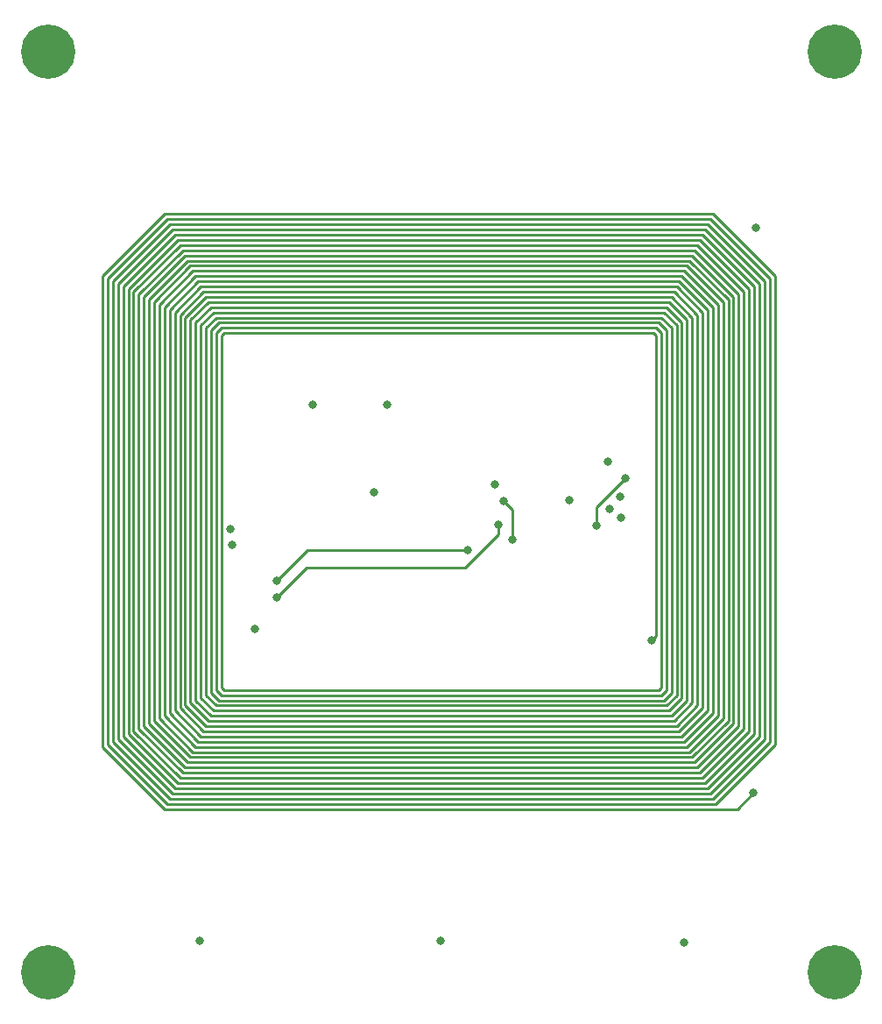
<source format=gbr>
%TF.GenerationSoftware,KiCad,Pcbnew,(6.0.7)*%
%TF.CreationDate,2023-05-18T12:23:57-07:00*%
%TF.ProjectId,solar-panel-NoCutout,736f6c61-722d-4706-916e-656c2d4e6f43,3.0*%
%TF.SameCoordinates,Original*%
%TF.FileFunction,Copper,L2,Inr*%
%TF.FilePolarity,Positive*%
%FSLAX46Y46*%
G04 Gerber Fmt 4.6, Leading zero omitted, Abs format (unit mm)*
G04 Created by KiCad (PCBNEW (6.0.7)) date 2023-05-18 12:23:57*
%MOMM*%
%LPD*%
G01*
G04 APERTURE LIST*
%TA.AperFunction,ComponentPad*%
%ADD10C,5.250000*%
%TD*%
%TA.AperFunction,ViaPad*%
%ADD11C,0.800000*%
%TD*%
%TA.AperFunction,Conductor*%
%ADD12C,0.250000*%
%TD*%
G04 APERTURE END LIST*
D10*
%TO.N,unconnected-(J2-Pad1)*%
%TO.C,J2*%
X106500000Y-70300000D03*
%TD*%
%TO.N,unconnected-(J3-Pad1)*%
%TO.C,J3*%
X106500000Y-159300000D03*
%TD*%
%TO.N,unconnected-(J4-Pad1)*%
%TO.C,J4*%
X182500000Y-70300000D03*
%TD*%
%TO.N,unconnected-(J5-Pad1)*%
%TO.C,J5*%
X182500000Y-159300000D03*
%TD*%
D11*
%TO.N,GND*%
X168000000Y-156390000D03*
X156860000Y-113670000D03*
X160570000Y-109960000D03*
X144450000Y-156250000D03*
X149675000Y-112100000D03*
X121120000Y-156220000D03*
X124150000Y-116450000D03*
X137975000Y-112925000D03*
X160750000Y-114500000D03*
%TO.N,+3V3*%
X139300000Y-104410000D03*
X150540000Y-113710000D03*
X126510000Y-126100000D03*
X151390000Y-117440000D03*
X132050000Y-104410000D03*
%TO.N,VSOLAR*%
X124270000Y-118000000D03*
%TO.N,SDA*%
X147030000Y-118510000D03*
X128560000Y-121470000D03*
%TO.N,SCL*%
X128630000Y-123030000D03*
X149990000Y-115990000D03*
%TO.N,Net-(C3-Pad1)*%
X159470000Y-116130000D03*
X162260000Y-111570000D03*
%TO.N,Net-(U3-Pad7)*%
X161890000Y-115330000D03*
X174680000Y-141950000D03*
X161820000Y-113350000D03*
X164800000Y-127190000D03*
X174900000Y-87350000D03*
%TD*%
D12*
%TO.N,+3V3*%
X151390000Y-114560000D02*
X150540000Y-113710000D01*
X151390000Y-117440000D02*
X151390000Y-114560000D01*
%TO.N,SDA*%
X131520000Y-118510000D02*
X128560000Y-121470000D01*
X147030000Y-118510000D02*
X131520000Y-118510000D01*
%TO.N,SCL*%
X149990000Y-116920000D02*
X149990000Y-115990000D01*
X146760000Y-120150000D02*
X149990000Y-116920000D01*
X128630000Y-123030000D02*
X131510000Y-120150000D01*
X131510000Y-120150000D02*
X146760000Y-120150000D01*
%TO.N,Net-(C3-Pad1)*%
X159470000Y-114360000D02*
X159470000Y-116130000D01*
X160205000Y-113625000D02*
X159470000Y-114360000D01*
X162260000Y-111570000D02*
X160205000Y-113625000D01*
%TO.N,Net-(U3-Pad7)*%
X167750000Y-132750000D02*
X167750000Y-96500000D01*
X170750000Y-142500000D02*
X176250000Y-137000000D01*
X168250000Y-133000000D02*
X168250000Y-96250000D01*
X172250000Y-135000000D02*
X172250000Y-94250000D01*
X112750000Y-92500000D02*
X112750000Y-137000000D01*
X168500000Y-138000000D02*
X171750000Y-134750000D01*
X173750000Y-135750000D02*
X173750000Y-93500000D01*
X173250000Y-93750000D02*
X169000000Y-89500000D01*
X113750000Y-136500000D02*
X118750000Y-141500000D01*
X121250000Y-132750000D02*
X122500000Y-134000000D01*
X120000000Y-90500000D02*
X116250000Y-94250000D01*
X122750000Y-97500000D02*
X122750000Y-132000000D01*
X114250000Y-136250000D02*
X119000000Y-141000000D01*
X166000000Y-133000000D02*
X166750000Y-132250000D01*
X168750000Y-138500000D02*
X172250000Y-135000000D01*
X121500000Y-136000000D02*
X167500000Y-136000000D01*
X123500000Y-132000000D02*
X165500000Y-132000000D01*
X174750000Y-136250000D02*
X174750000Y-93000000D01*
X117750000Y-143500000D02*
X173130000Y-143500000D01*
X167250000Y-132500000D02*
X167250000Y-96750000D01*
X121000000Y-137000000D02*
X168000000Y-137000000D01*
X167750000Y-92000000D02*
X120750000Y-92000000D01*
X170750000Y-95000000D02*
X167750000Y-92000000D01*
X171250000Y-134500000D02*
X171250000Y-94750000D01*
X169250000Y-89000000D02*
X119250000Y-89000000D01*
X121500000Y-93500000D02*
X119250000Y-95750000D01*
X122000000Y-135000000D02*
X167000000Y-135000000D01*
X167000000Y-135000000D02*
X168750000Y-133250000D01*
X118750000Y-88000000D02*
X113750000Y-93000000D01*
X121750000Y-135500000D02*
X167250000Y-135500000D01*
X116750000Y-94500000D02*
X116750000Y-135000000D01*
X123500000Y-97500000D02*
X123250000Y-97750000D01*
X170250000Y-95250000D02*
X167500000Y-92500000D01*
X174250000Y-93250000D02*
X169500000Y-88500000D01*
X116250000Y-135250000D02*
X120000000Y-139000000D01*
X167750000Y-96500000D02*
X166250000Y-95000000D01*
X117750000Y-86000000D02*
X111750000Y-92000000D01*
X119750000Y-139500000D02*
X169250000Y-139500000D01*
X114250000Y-93250000D02*
X114250000Y-136250000D01*
X165250000Y-126740000D02*
X165250000Y-97750000D01*
X169500000Y-140000000D02*
X173750000Y-135750000D01*
X165000000Y-97500000D02*
X123500000Y-97500000D01*
X120250000Y-138500000D02*
X168750000Y-138500000D01*
X175250000Y-136500000D02*
X175250000Y-92750000D01*
X168000000Y-137000000D02*
X170750000Y-134250000D01*
X175750000Y-136750000D02*
X175750000Y-92500000D01*
X165250000Y-97000000D02*
X123250000Y-97000000D01*
X174250000Y-136000000D02*
X174250000Y-93250000D01*
X169000000Y-89500000D02*
X119500000Y-89500000D01*
X171750000Y-134750000D02*
X171750000Y-94500000D01*
X118250000Y-95250000D02*
X118250000Y-134250000D01*
X166250000Y-132000000D02*
X166250000Y-97250000D01*
X170250000Y-134000000D02*
X170250000Y-95250000D01*
X119000000Y-141000000D02*
X170000000Y-141000000D01*
X169750000Y-133750000D02*
X169750000Y-95500000D01*
X118500000Y-142000000D02*
X170500000Y-142000000D01*
X168750000Y-133250000D02*
X168750000Y-96000000D01*
X111750000Y-137500000D02*
X117750000Y-143500000D01*
X118750000Y-141500000D02*
X170250000Y-141500000D01*
X176250000Y-92250000D02*
X170500000Y-86500000D01*
X166250000Y-97250000D02*
X165500000Y-96500000D01*
X165750000Y-131750000D02*
X165750000Y-97500000D01*
X119000000Y-88500000D02*
X114250000Y-93250000D01*
X166000000Y-95500000D02*
X122500000Y-95500000D01*
X113750000Y-93000000D02*
X113750000Y-136500000D01*
X119250000Y-89000000D02*
X114750000Y-93500000D01*
X118000000Y-86500000D02*
X112250000Y-92250000D01*
X165750000Y-132500000D02*
X166250000Y-132000000D01*
X120000000Y-139000000D02*
X169000000Y-139000000D01*
X119500000Y-89500000D02*
X115250000Y-93750000D01*
X112750000Y-137000000D02*
X118250000Y-142500000D01*
X117250000Y-134750000D02*
X120500000Y-138000000D01*
X167250000Y-93000000D02*
X121250000Y-93000000D01*
X169000000Y-139000000D02*
X172750000Y-135250000D01*
X166750000Y-134500000D02*
X168250000Y-133000000D01*
X117750000Y-134500000D02*
X120750000Y-137500000D01*
X123250000Y-131750000D02*
X123500000Y-132000000D01*
X169250000Y-95750000D02*
X167000000Y-93500000D01*
X120500000Y-138000000D02*
X168500000Y-138000000D01*
X176750000Y-92000000D02*
X170750000Y-86000000D01*
X120250000Y-91000000D02*
X116750000Y-94500000D01*
X168750000Y-90000000D02*
X119750000Y-90000000D01*
X122000000Y-94500000D02*
X120250000Y-96250000D01*
X122250000Y-132250000D02*
X123000000Y-133000000D01*
X120750000Y-92000000D02*
X117750000Y-95000000D01*
X165500000Y-96500000D02*
X123000000Y-96500000D01*
X170500000Y-86500000D02*
X118000000Y-86500000D01*
X167250000Y-96750000D02*
X166000000Y-95500000D01*
X165750000Y-96000000D02*
X122750000Y-96000000D01*
X170000000Y-87500000D02*
X118500000Y-87500000D01*
X122750000Y-96000000D02*
X121750000Y-97000000D01*
X173750000Y-93500000D02*
X169250000Y-89000000D01*
X166750000Y-132250000D02*
X166750000Y-97000000D01*
X168250000Y-137500000D02*
X171250000Y-134500000D01*
X168250000Y-91000000D02*
X120250000Y-91000000D01*
X168500000Y-90500000D02*
X120000000Y-90500000D01*
X115250000Y-135750000D02*
X119500000Y-140000000D01*
X166500000Y-94500000D02*
X122000000Y-94500000D01*
X168000000Y-91500000D02*
X120500000Y-91500000D01*
X116750000Y-135000000D02*
X120250000Y-138500000D01*
X115250000Y-93750000D02*
X115250000Y-135750000D01*
X120750000Y-133000000D02*
X122250000Y-134500000D01*
X115750000Y-94000000D02*
X115750000Y-135500000D01*
X176750000Y-137250000D02*
X176750000Y-92000000D01*
X113250000Y-136750000D02*
X118500000Y-142000000D01*
X122750000Y-132000000D02*
X123250000Y-132500000D01*
X120500000Y-91500000D02*
X117250000Y-94750000D01*
X117750000Y-95000000D02*
X117750000Y-134500000D01*
X119250000Y-133750000D02*
X121500000Y-136000000D01*
X120250000Y-96250000D02*
X120250000Y-133250000D01*
X118750000Y-95500000D02*
X118750000Y-134000000D01*
X171000000Y-143000000D02*
X176750000Y-137250000D01*
X170250000Y-141500000D02*
X175250000Y-136500000D01*
X123000000Y-133000000D02*
X166000000Y-133000000D01*
X119750000Y-133500000D02*
X121750000Y-135500000D01*
X169500000Y-88500000D02*
X119000000Y-88500000D01*
X118750000Y-134000000D02*
X121250000Y-136500000D01*
X112250000Y-92250000D02*
X112250000Y-137250000D01*
X166250000Y-95000000D02*
X122250000Y-95000000D01*
X170500000Y-142000000D02*
X175750000Y-136750000D01*
X115750000Y-135500000D02*
X119750000Y-139500000D01*
X119500000Y-140000000D02*
X169500000Y-140000000D01*
X172750000Y-94000000D02*
X168750000Y-90000000D01*
X120250000Y-133250000D02*
X122000000Y-135000000D01*
X121750000Y-97000000D02*
X121750000Y-132500000D01*
X123250000Y-97000000D02*
X122750000Y-97500000D01*
X170000000Y-141000000D02*
X174750000Y-136250000D01*
X122250000Y-97250000D02*
X122250000Y-132250000D01*
X167500000Y-92500000D02*
X121000000Y-92500000D01*
X166750000Y-94000000D02*
X121750000Y-94000000D01*
X170750000Y-86000000D02*
X117750000Y-86000000D01*
X121000000Y-92500000D02*
X118250000Y-95250000D01*
X176250000Y-137000000D02*
X176250000Y-92250000D01*
X121750000Y-132500000D02*
X122750000Y-133500000D01*
X119250000Y-95750000D02*
X119250000Y-133750000D01*
X169250000Y-133500000D02*
X169250000Y-95750000D01*
X167250000Y-135500000D02*
X169250000Y-133500000D01*
X172250000Y-94250000D02*
X168500000Y-90500000D01*
X118250000Y-134250000D02*
X121000000Y-137000000D01*
X121250000Y-96750000D02*
X121250000Y-132750000D01*
X165500000Y-132000000D02*
X165750000Y-131750000D01*
X175250000Y-92750000D02*
X170000000Y-87500000D01*
X121250000Y-93000000D02*
X118750000Y-95500000D01*
X168750000Y-96000000D02*
X166750000Y-94000000D01*
X116250000Y-94250000D02*
X116250000Y-135250000D01*
X123000000Y-96500000D02*
X122250000Y-97250000D01*
X111750000Y-92000000D02*
X111750000Y-137500000D01*
X169750000Y-88000000D02*
X118750000Y-88000000D01*
X122250000Y-95000000D02*
X120750000Y-96500000D01*
X170250000Y-87000000D02*
X118250000Y-87000000D01*
X121750000Y-94000000D02*
X119750000Y-96000000D01*
X166250000Y-133500000D02*
X167250000Y-132500000D01*
X173250000Y-135500000D02*
X173250000Y-93750000D01*
X119750000Y-90000000D02*
X115750000Y-94000000D01*
X172750000Y-135250000D02*
X172750000Y-94000000D01*
X118500000Y-87500000D02*
X113250000Y-92750000D01*
X114750000Y-93500000D02*
X114750000Y-136000000D01*
X122500000Y-95500000D02*
X121250000Y-96750000D01*
X118250000Y-87000000D02*
X112750000Y-92500000D01*
X122250000Y-134500000D02*
X166750000Y-134500000D01*
X173130000Y-143500000D02*
X174680000Y-141950000D01*
X122500000Y-134000000D02*
X166500000Y-134000000D01*
X113250000Y-92750000D02*
X113250000Y-136750000D01*
X114750000Y-136000000D02*
X119250000Y-140500000D01*
X121250000Y-136500000D02*
X167750000Y-136500000D01*
X169750000Y-140500000D02*
X174250000Y-136000000D01*
X169250000Y-139500000D02*
X173250000Y-135500000D01*
X122750000Y-133500000D02*
X166250000Y-133500000D01*
X123250000Y-132500000D02*
X165750000Y-132500000D01*
X166500000Y-134000000D02*
X167750000Y-132750000D01*
X167000000Y-93500000D02*
X121500000Y-93500000D01*
X165250000Y-97750000D02*
X165000000Y-97500000D01*
X174750000Y-93000000D02*
X169750000Y-88000000D01*
X123250000Y-97750000D02*
X123250000Y-131750000D01*
X167500000Y-136000000D02*
X169750000Y-133750000D01*
X118250000Y-142500000D02*
X170750000Y-142500000D01*
X170750000Y-134250000D02*
X170750000Y-95000000D01*
X120750000Y-137500000D02*
X168250000Y-137500000D01*
X168250000Y-96250000D02*
X166500000Y-94500000D01*
X167750000Y-136500000D02*
X170250000Y-134000000D01*
X166750000Y-97000000D02*
X165750000Y-96000000D01*
X119750000Y-96000000D02*
X119750000Y-133500000D01*
X165750000Y-97500000D02*
X165250000Y-97000000D01*
X171250000Y-94750000D02*
X168000000Y-91500000D01*
X118000000Y-143000000D02*
X171000000Y-143000000D01*
X117250000Y-94750000D02*
X117250000Y-134750000D01*
X175750000Y-92500000D02*
X170250000Y-87000000D01*
X112250000Y-137250000D02*
X118000000Y-143000000D01*
X171750000Y-94500000D02*
X168250000Y-91000000D01*
X119250000Y-140500000D02*
X169750000Y-140500000D01*
X120750000Y-96500000D02*
X120750000Y-133000000D01*
X164800000Y-127190000D02*
X165250000Y-126740000D01*
X169750000Y-95500000D02*
X167250000Y-93000000D01*
%TD*%
M02*

</source>
